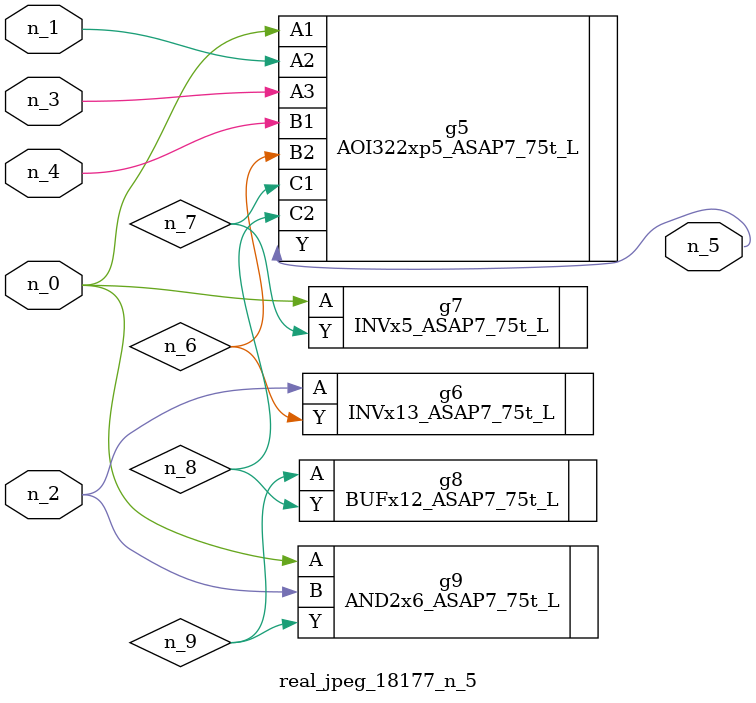
<source format=v>
module real_jpeg_18177_n_5 (n_4, n_0, n_1, n_2, n_3, n_5);

input n_4;
input n_0;
input n_1;
input n_2;
input n_3;

output n_5;

wire n_8;
wire n_6;
wire n_7;
wire n_9;

AOI322xp5_ASAP7_75t_L g5 ( 
.A1(n_0),
.A2(n_1),
.A3(n_3),
.B1(n_4),
.B2(n_6),
.C1(n_7),
.C2(n_8),
.Y(n_5)
);

INVx5_ASAP7_75t_L g7 ( 
.A(n_0),
.Y(n_7)
);

AND2x6_ASAP7_75t_L g9 ( 
.A(n_0),
.B(n_2),
.Y(n_9)
);

INVx13_ASAP7_75t_L g6 ( 
.A(n_2),
.Y(n_6)
);

BUFx12_ASAP7_75t_L g8 ( 
.A(n_9),
.Y(n_8)
);


endmodule
</source>
